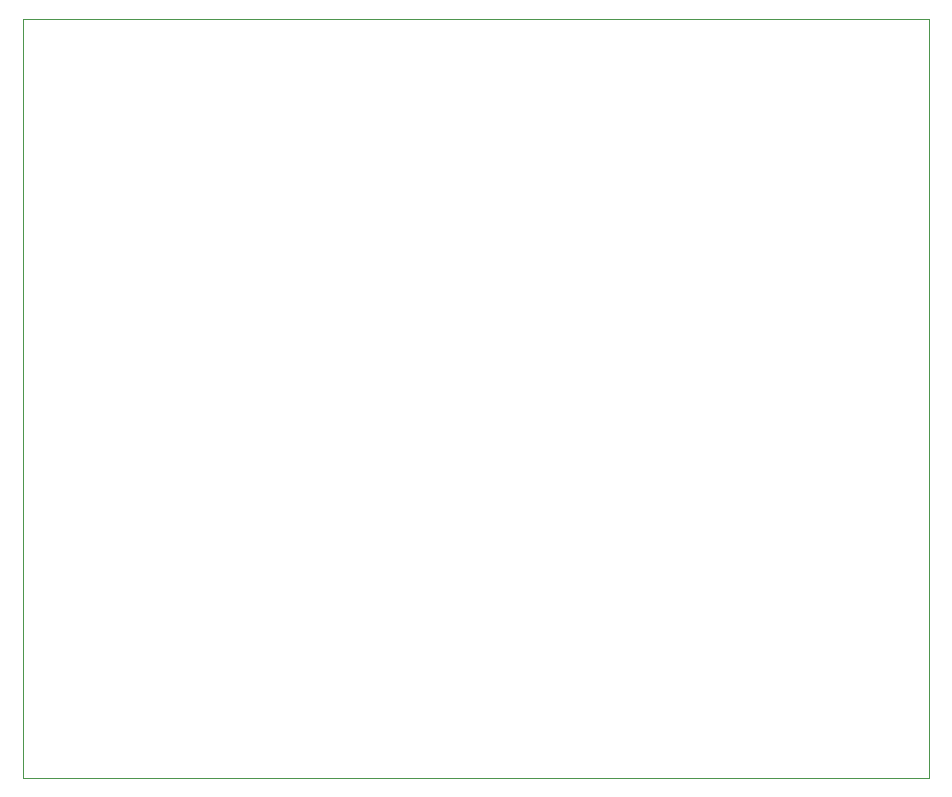
<source format=gbr>
%TF.GenerationSoftware,KiCad,Pcbnew,(5.1.9-0-10_14)*%
%TF.CreationDate,2021-05-10T13:01:54-04:00*%
%TF.ProjectId,ALU-181,414c552d-3138-4312-9e6b-696361645f70,rev?*%
%TF.SameCoordinates,Original*%
%TF.FileFunction,Profile,NP*%
%FSLAX46Y46*%
G04 Gerber Fmt 4.6, Leading zero omitted, Abs format (unit mm)*
G04 Created by KiCad (PCBNEW (5.1.9-0-10_14)) date 2021-05-10 13:01:54*
%MOMM*%
%LPD*%
G01*
G04 APERTURE LIST*
%TA.AperFunction,Profile*%
%ADD10C,0.050000*%
%TD*%
G04 APERTURE END LIST*
D10*
X199898000Y-93980000D02*
X127000000Y-93980000D01*
X199898000Y-158242000D02*
X199898000Y-93980000D01*
X123190000Y-158242000D02*
X199898000Y-158242000D01*
X123190000Y-93980000D02*
X123190000Y-158242000D01*
X127000000Y-93980000D02*
X123190000Y-93980000D01*
M02*

</source>
